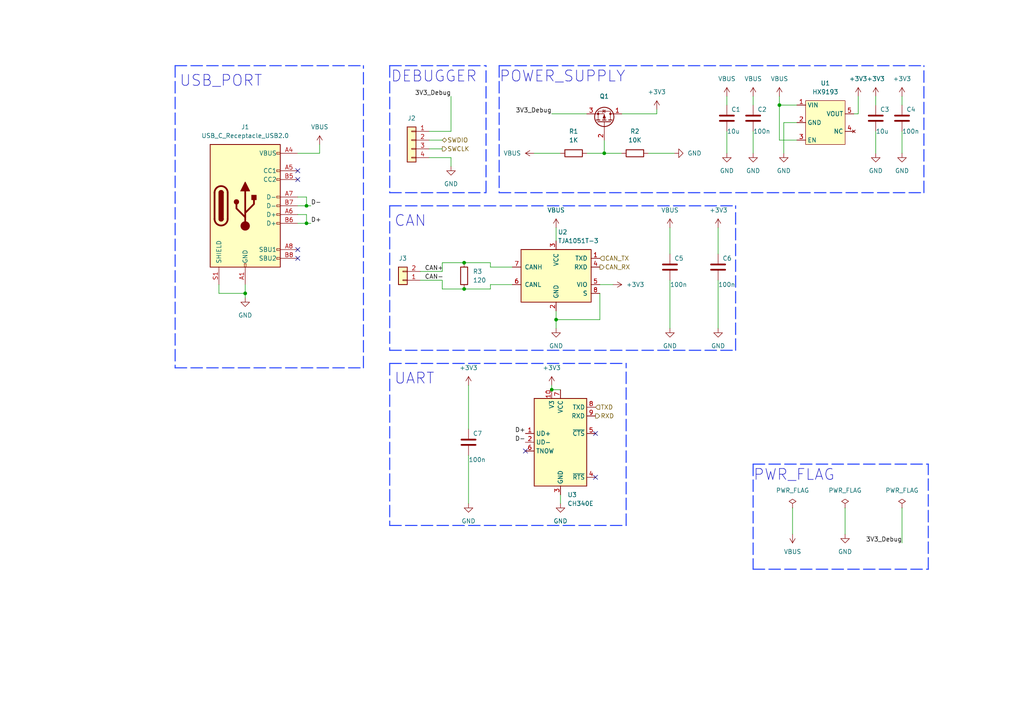
<source format=kicad_sch>
(kicad_sch (version 20211123) (generator eeschema)
  (paper "A4")
  (lib_symbols
    (symbol "Connector:USB_C_Receptacle_USB2.0" (pin_names (offset 1.016))
      (property "Reference" "J" (at -10.16 19.05 0))
      (property "Value" "USB_C_Receptacle_USB2.0" (at 19.05 19.05 0))
      (symbol "USB_C_Receptacle_USB2.0_0_0"
        (rectangle (start -0.254 -17.78) (end 0.254 -16.764))
        (rectangle (start 10.16 -14.986) (end 9.144 -15.494))
        (rectangle (start 10.16 -12.446) (end 9.144 -12.954))
        (rectangle (start 10.16 -4.826) (end 9.144 -5.334))
        (rectangle (start 10.16 -2.286) (end 9.144 -2.794))
        (rectangle (start 10.16 0.254) (end 9.144 -0.254))
        (rectangle (start 10.16 2.794) (end 9.144 2.286))
        (rectangle (start 10.16 7.874) (end 9.144 7.366))
        (rectangle (start 10.16 10.414) (end 9.144 9.906))
        (rectangle (start 10.16 15.494) (end 9.144 14.986))
      )
      (symbol "USB_C_Receptacle_USB2.0_0_1"
        (rectangle (start -10.16 17.78) (end 10.16 -17.78) (stroke (width 0.254)) (fill (type background)))
        (arc (start -8.89 -3.81) (mid -6.985 -5.715) (end -5.08 -3.81) (stroke (width 0.508)))
        (arc (start -7.62 -3.81) (mid -6.985 -4.445) (end -6.35 -3.81) (stroke (width 0.254)))
        (arc (start -7.62 -3.81) (mid -6.985 -4.445) (end -6.35 -3.81) (stroke (width 0.254)) (fill (type outline)))
        (rectangle (start -7.62 -3.81) (end -6.35 3.81) (stroke (width 0.254)) (fill (type outline)))
        (arc (start -6.35 3.81) (mid -6.985 4.445) (end -7.62 3.81) (stroke (width 0.254)))
        (arc (start -6.35 3.81) (mid -6.985 4.445) (end -7.62 3.81) (stroke (width 0.254)) (fill (type outline)))
        (arc (start -5.08 3.81) (mid -6.985 5.715) (end -8.89 3.81) (stroke (width 0.508)))
        (circle (center -2.54 1.143) (radius 0.635) (stroke (width 0.254)) (fill (type outline)))
        (circle (center 0 -5.842) (radius 1.27) (fill (type outline)))
        (polyline (pts (xy -8.89 -3.81) (xy -8.89 3.81)) (stroke (width 0.508)))
        (polyline (pts (xy -5.08 3.81) (xy -5.08 -3.81)) (stroke (width 0.508)))
        (polyline (pts (xy 0 -5.842) (xy 0 4.318)) (stroke (width 0.508)))
        (polyline (pts (xy 0 -3.302) (xy -2.54 -0.762) (xy -2.54 0.508)) (stroke (width 0.508)))
        (polyline (pts (xy 0 -2.032) (xy 2.54 0.508) (xy 2.54 1.778)) (stroke (width 0.508)))
        (polyline (pts (xy -1.27 4.318) (xy 0 6.858) (xy 1.27 4.318) (xy -1.27 4.318)) (stroke (width 0.254)) (fill (type outline)))
        (rectangle (start 1.905 1.778) (end 3.175 3.048) (stroke (width 0.254)) (fill (type outline)))
      )
      (symbol "USB_C_Receptacle_USB2.0_1_1"
        (pin passive line (at 0 -22.86 90) (length 5.08) (name "GND") (number "A1"))
        (pin passive line (at 0 -22.86 90) (length 5.08) hide (name "GND") (number "A12"))
        (pin passive line (at 15.24 15.24 180) (length 5.08) (name "VBUS") (number "A4"))
        (pin bidirectional line (at 15.24 10.16 180) (length 5.08) (name "CC1") (number "A5"))
        (pin bidirectional line (at 15.24 -2.54 180) (length 5.08) (name "D+") (number "A6"))
        (pin bidirectional line (at 15.24 2.54 180) (length 5.08) (name "D-") (number "A7"))
        (pin bidirectional line (at 15.24 -12.7 180) (length 5.08) (name "SBU1") (number "A8"))
        (pin passive line (at 15.24 15.24 180) (length 5.08) hide (name "VBUS") (number "A9"))
        (pin passive line (at 0 -22.86 90) (length 5.08) hide (name "GND") (number "B1"))
        (pin passive line (at 0 -22.86 90) (length 5.08) hide (name "GND") (number "B12"))
        (pin passive line (at 15.24 15.24 180) (length 5.08) hide (name "VBUS") (number "B4"))
        (pin bidirectional line (at 15.24 7.62 180) (length 5.08) (name "CC2") (number "B5"))
        (pin bidirectional line (at 15.24 -5.08 180) (length 5.08) (name "D+") (number "B6"))
        (pin bidirectional line (at 15.24 0 180) (length 5.08) (name "D-") (number "B7"))
        (pin bidirectional line (at 15.24 -15.24 180) (length 5.08) (name "SBU2") (number "B8"))
        (pin passive line (at 15.24 15.24 180) (length 5.08) hide (name "VBUS") (number "B9"))
        (pin passive line (at -7.62 -22.86 90) (length 5.08) (name "SHIELD") (number "S1"))
      )
    )
    (symbol "Connector_Generic:Conn_01x02" (pin_names (offset 1.016) hide)
      (property "Reference" "J" (at 0 2.54 0))
      (property "Value" "Conn_01x02" (at 0 -5.08 0))
      (symbol "Conn_01x02_1_1"
        (rectangle (start -1.27 -2.413) (end 0 -2.667) (stroke (width 0.1524)))
        (rectangle (start -1.27 0.127) (end 0 -0.127) (stroke (width 0.1524)))
        (rectangle (start -1.27 1.27) (end 1.27 -3.81) (stroke (width 0.254)) (fill (type background)))
        (pin passive line (at -5.08 0 0) (length 3.81) (name "Pin_1") (number "1"))
        (pin passive line (at -5.08 -2.54 0) (length 3.81) (name "Pin_2") (number "2"))
      )
    )
    (symbol "Connector_Generic:Conn_01x04" (pin_names (offset 1.016) hide)
      (property "Reference" "J" (at 0 5.08 0))
      (property "Value" "Conn_01x04" (at 0 -7.62 0))
      (symbol "Conn_01x04_1_1"
        (rectangle (start -1.27 -4.953) (end 0 -5.207) (stroke (width 0.1524)))
        (rectangle (start -1.27 -2.413) (end 0 -2.667) (stroke (width 0.1524)))
        (rectangle (start -1.27 0.127) (end 0 -0.127) (stroke (width 0.1524)))
        (rectangle (start -1.27 2.667) (end 0 2.413) (stroke (width 0.1524)))
        (rectangle (start -1.27 3.81) (end 1.27 -6.35) (stroke (width 0.254)) (fill (type background)))
        (pin passive line (at -5.08 2.54 0) (length 3.81) (name "Pin_1") (number "1"))
        (pin passive line (at -5.08 0 0) (length 3.81) (name "Pin_2") (number "2"))
        (pin passive line (at -5.08 -2.54 0) (length 3.81) (name "Pin_3") (number "3"))
        (pin passive line (at -5.08 -5.08 0) (length 3.81) (name "Pin_4") (number "4"))
      )
    )
    (symbol "Device:C" (pin_numbers hide) (pin_names (offset 0.254))
      (property "Reference" "C" (at 0.635 2.54 0))
      (property "Value" "C" (at 0.635 -2.54 0))
      (symbol "C_0_1"
        (polyline (pts (xy -2.032 -0.762) (xy 2.032 -0.762)) (stroke (width 0.508)))
        (polyline (pts (xy -2.032 0.762) (xy 2.032 0.762)) (stroke (width 0.508)))
      )
      (symbol "C_1_1"
        (pin passive line (at 0 3.81 270) (length 2.794) (name "~") (number "1"))
        (pin passive line (at 0 -3.81 90) (length 2.794) (name "~") (number "2"))
      )
    )
    (symbol "Device:Q_PMOS_DGS" (pin_names (offset 0) hide)
      (property "Reference" "Q" (at 5.08 1.27 0))
      (property "Value" "Q_PMOS_DGS" (at 5.08 -1.27 0))
      (symbol "Q_PMOS_DGS_0_1"
        (polyline (pts (xy 0.254 0) (xy -2.54 0)))
        (polyline (pts (xy 0.254 1.905) (xy 0.254 -1.905)) (stroke (width 0.254)))
        (polyline (pts (xy 0.762 -1.27) (xy 0.762 -2.286)) (stroke (width 0.254)))
        (polyline (pts (xy 0.762 0.508) (xy 0.762 -0.508)) (stroke (width 0.254)))
        (polyline (pts (xy 0.762 2.286) (xy 0.762 1.27)) (stroke (width 0.254)))
        (polyline (pts (xy 2.54 2.54) (xy 2.54 1.778)))
        (polyline (pts (xy 2.54 -2.54) (xy 2.54 0) (xy 0.762 0)))
        (polyline (pts (xy 0.762 1.778) (xy 3.302 1.778) (xy 3.302 -1.778) (xy 0.762 -1.778)))
        (polyline (pts (xy 2.286 0) (xy 1.27 0.381) (xy 1.27 -0.381) (xy 2.286 0)) (fill (type outline)))
        (polyline (pts (xy 2.794 -0.508) (xy 2.921 -0.381) (xy 3.683 -0.381) (xy 3.81 -0.254)))
        (polyline (pts (xy 3.302 -0.381) (xy 2.921 0.254) (xy 3.683 0.254) (xy 3.302 -0.381)))
        (circle (center 1.651 0) (radius 2.794) (stroke (width 0.254)))
        (circle (center 2.54 -1.778) (radius 0.254) (fill (type outline)))
        (circle (center 2.54 1.778) (radius 0.254) (fill (type outline)))
      )
      (symbol "Q_PMOS_DGS_1_1"
        (pin passive line (at 2.54 5.08 270) (length 2.54) (name "D") (number "1"))
        (pin input line (at -5.08 0 0) (length 2.54) (name "G") (number "2"))
        (pin passive line (at 2.54 -5.08 90) (length 2.54) (name "S") (number "3"))
      )
    )
    (symbol "Device:R" (pin_numbers hide) (pin_names (offset 0))
      (property "Reference" "R" (at 2.032 0 90))
      (property "Value" "R" (at 0 0 90))
      (symbol "R_0_1"
        (rectangle (start -1.016 -2.54) (end 1.016 2.54) (stroke (width 0.254)))
      )
      (symbol "R_1_1"
        (pin passive line (at 0 3.81 270) (length 1.27) (name "~") (number "1"))
        (pin passive line (at 0 -3.81 90) (length 1.27) (name "~") (number "2"))
      )
    )
    (symbol "Interface_CAN_LIN:TJA1051T-3" (pin_names (offset 1.016))
      (property "Reference" "U" (at -10.16 8.89 0))
      (property "Value" "TJA1051T-3" (at 1.27 8.89 0))
      (symbol "TJA1051T-3_0_1"
        (rectangle (start -10.16 7.62) (end 10.16 -7.62) (stroke (width 0.254)) (fill (type background)))
      )
      (symbol "TJA1051T-3_1_1"
        (pin input line (at -12.7 5.08 0) (length 2.54) (name "TXD") (number "1"))
        (pin power_in line (at 0 -10.16 90) (length 2.54) (name "GND") (number "2"))
        (pin power_in line (at 0 10.16 270) (length 2.54) (name "VCC") (number "3"))
        (pin output line (at -12.7 2.54 0) (length 2.54) (name "RXD") (number "4"))
        (pin power_in line (at -12.7 -2.54 0) (length 2.54) (name "VIO") (number "5"))
        (pin bidirectional line (at 12.7 -2.54 180) (length 2.54) (name "CANL") (number "6"))
        (pin bidirectional line (at 12.7 2.54 180) (length 2.54) (name "CANH") (number "7"))
        (pin input line (at -12.7 -5.08 0) (length 2.54) (name "S") (number "8"))
      )
    )
    (symbol "Interface_USB:CH340E"
      (property "Reference" "U" (at -5.08 13.97 0))
      (property "Value" "CH340E" (at 1.27 13.97 0))
      (symbol "CH340E_0_1"
        (rectangle (start -7.62 12.7) (end 7.62 -12.7) (stroke (width 0.254)) (fill (type background)))
      )
      (symbol "CH340E_1_1"
        (pin bidirectional line (at -10.16 2.54 0) (length 2.54) (name "UD+") (number "1"))
        (pin passive line (at -2.54 15.24 270) (length 2.54) (name "V3") (number "10"))
        (pin bidirectional line (at -10.16 0 0) (length 2.54) (name "UD-") (number "2"))
        (pin power_in line (at 0 -15.24 90) (length 2.54) (name "GND") (number "3"))
        (pin output line (at 10.16 -10.16 180) (length 2.54) (name "~{RTS}") (number "4"))
        (pin input line (at 10.16 2.54 180) (length 2.54) (name "~{CTS}") (number "5"))
        (pin output line (at -10.16 -2.54 0) (length 2.54) (name "TNOW") (number "6"))
        (pin power_in line (at 0 15.24 270) (length 2.54) (name "VCC") (number "7"))
        (pin output line (at 10.16 10.16 180) (length 2.54) (name "TXD") (number "8"))
        (pin input line (at 10.16 7.62 180) (length 2.54) (name "RXD") (number "9"))
      )
    )
    (symbol "power:+3V3" (power) (pin_names (offset 0))
      (property "Value" "+3V3" (at 0 3.556 0))
      (symbol "+3V3_0_1"
        (polyline (pts (xy -0.762 1.27) (xy 0 2.54)))
        (polyline (pts (xy 0 0) (xy 0 2.54)))
        (polyline (pts (xy 0 2.54) (xy 0.762 1.27)))
      )
      (symbol "+3V3_1_1"
        (pin power_in line (at 0 0 90) (length 0) hide (name "+3V3") (number "1"))
      )
    )
    (symbol "power:GND" (power) (pin_names (offset 0))
      (property "Value" "GND" (at 0 -3.81 0))
      (symbol "GND_0_1"
        (polyline (pts (xy 0 0) (xy 0 -1.27) (xy 1.27 -1.27) (xy 0 -2.54) (xy -1.27 -1.27) (xy 0 -1.27)))
      )
      (symbol "GND_1_1"
        (pin power_in line (at 0 0 270) (length 0) hide (name "GND") (number "1"))
      )
    )
    (symbol "power:PWR_FLAG" (power) (pin_numbers hide) (pin_names (offset 0) hide)
      (property "Value" "PWR_FLAG" (at 0 3.81 0))
      (symbol "PWR_FLAG_0_0"
        (pin power_out line (at 0 0 90) (length 0) (name "pwr") (number "1"))
      )
      (symbol "PWR_FLAG_0_1"
        (polyline (pts (xy 0 0) (xy 0 1.27) (xy -1.016 1.905) (xy 0 2.54) (xy 1.016 1.905) (xy 0 1.27)))
      )
    )
    (symbol "power:VBUS" (power) (pin_names (offset 0))
      (property "Value" "VBUS" (at 0 3.81 0))
      (symbol "VBUS_0_1"
        (polyline (pts (xy -0.762 1.27) (xy 0 2.54)))
        (polyline (pts (xy 0 0) (xy 0 2.54)))
        (polyline (pts (xy 0 2.54) (xy 0.762 1.27)))
      )
      (symbol "VBUS_1_1"
        (pin power_in line (at 0 0 90) (length 0) hide (name "VBUS") (number "1"))
      )
    )
    (symbol "symbols:HX9193"
      (property "Reference" "U" (at -5.08 7.62 0))
      (property "Value" "HX9193" (at 6.35 7.62 0))
      (symbol "HX9193_0_1"
        (rectangle (start -6.35 6.35) (end 5.08 -6.35) (fill (type background)))
      )
      (symbol "HX9193_1_1"
        (pin power_in line (at -8.89 5.08 0) (length 2.54) (name "VIN") (number "1"))
        (pin passive line (at -8.89 0 0) (length 2.54) (name "GND") (number "2"))
        (pin input line (at -8.89 -5.08 0) (length 2.54) (name "EN") (number "3"))
        (pin no_connect line (at 7.62 -2.54 180) (length 2.54) (name "NC") (number "4"))
        (pin power_out line (at 7.62 2.54 180) (length 2.54) (name "VOUT") (number "5"))
      )
    )
  )
  (junction (at 134.62 76.2))
  (junction (at 226.06 30.48))
  (junction (at 88.9 59.69))
  (junction (at 175.26 44.45))
  (junction (at 161.29 92.71))
  (junction (at 160.02 113.03))
  (junction (at 88.9 64.77))
  (junction (at 71.12 85.09))
  (junction (at 134.62 83.82))
  (no_connect (at 86.36 74.93))
  (no_connect (at 86.36 72.39))
  (no_connect (at 86.36 52.07))
  (no_connect (at 86.36 49.53))
  (no_connect (at 152.4 130.81))
  (no_connect (at 172.72 125.73))
  (no_connect (at 172.72 138.43))
  (wire (pts (xy 254 27.94) (xy 254 30.48)))
  (wire (pts (xy 194.31 81.28) (xy 194.31 95.25)))
  (wire (pts (xy 175.26 44.45) (xy 170.18 44.45)))
  (wire (pts (xy 254 38.1) (xy 254 44.45)))
  (wire (pts (xy 128.27 43.18) (xy 124.46 43.18)))
  (bus (pts (xy 218.44 134.62) (xy 218.44 165.1)) (stroke (width 0) (type dash) (color 39 69 255 1)))
  (wire (pts (xy 88.9 59.69) (xy 90.17 59.69)))
  (wire (pts (xy 128.27 81.28) (xy 128.27 83.82)))
  (wire (pts (xy 86.36 57.15) (xy 88.9 57.15)))
  (wire (pts (xy 124.46 45.72) (xy 130.81 45.72)))
  (wire (pts (xy 210.82 27.94) (xy 210.82 30.48)))
  (bus (pts (xy 213.36 101.6) (xy 213.36 59.69)) (stroke (width 0) (type dash) (color 39 69 255 1)))
  (bus (pts (xy 267.97 55.88) (xy 267.97 19.05)) (stroke (width 0) (type dash) (color 39 69 255 1)))
  (wire (pts (xy 142.24 83.82) (xy 134.62 83.82)))
  (wire (pts (xy 128.27 78.74) (xy 128.27 76.2)))
  (wire (pts (xy 88.9 62.23) (xy 88.9 64.77)))
  (wire (pts (xy 88.9 57.15) (xy 88.9 59.69)))
  (wire (pts (xy 63.5 85.09) (xy 71.12 85.09)))
  (wire (pts (xy 226.06 40.64) (xy 231.14 40.64)))
  (wire (pts (xy 142.24 82.55) (xy 142.24 83.82)))
  (wire (pts (xy 161.29 90.17) (xy 161.29 92.71)))
  (wire (pts (xy 175.26 44.45) (xy 180.34 44.45)))
  (wire (pts (xy 226.06 27.94) (xy 226.06 30.48)))
  (wire (pts (xy 180.34 33.02) (xy 190.5 33.02)))
  (wire (pts (xy 162.56 143.51) (xy 162.56 146.05)))
  (wire (pts (xy 208.28 73.66) (xy 208.28 66.04)))
  (wire (pts (xy 63.5 82.55) (xy 63.5 85.09)))
  (wire (pts (xy 261.62 38.1) (xy 261.62 44.45)))
  (wire (pts (xy 128.27 76.2) (xy 134.62 76.2)))
  (wire (pts (xy 226.06 30.48) (xy 231.14 30.48)))
  (wire (pts (xy 248.92 27.94) (xy 248.92 33.02)))
  (bus (pts (xy 50.8 19.05) (xy 105.41 19.05)) (stroke (width 0) (type dash) (color 39 69 255 1)))
  (wire (pts (xy 86.36 59.69) (xy 88.9 59.69)))
  (bus (pts (xy 144.78 55.88) (xy 267.97 55.88)) (stroke (width 0) (type dash) (color 39 69 255 1)))
  (wire (pts (xy 124.46 40.64) (xy 128.27 40.64)))
  (wire (pts (xy 175.26 40.64) (xy 175.26 44.45)))
  (wire (pts (xy 190.5 33.02) (xy 190.5 31.75)))
  (bus (pts (xy 181.61 152.4) (xy 181.61 105.41)) (stroke (width 0) (type dash) (color 39 69 255 1)))
  (wire (pts (xy 226.06 30.48) (xy 226.06 40.64)))
  (wire (pts (xy 160.02 113.03) (xy 162.56 113.03)))
  (bus (pts (xy 144.78 19.05) (xy 267.97 19.05)) (stroke (width 0) (type dash) (color 39 69 255 1)))
  (bus (pts (xy 113.03 59.69) (xy 113.03 101.6)) (stroke (width 0) (type dash) (color 39 69 255 1)))
  (wire (pts (xy 160.02 111.76) (xy 160.02 113.03)))
  (wire (pts (xy 71.12 85.09) (xy 71.12 86.36)))
  (wire (pts (xy 248.92 33.02) (xy 247.65 33.02)))
  (wire (pts (xy 135.89 111.76) (xy 135.89 124.46)))
  (wire (pts (xy 161.29 92.71) (xy 161.29 95.25)))
  (wire (pts (xy 142.24 77.47) (xy 142.24 76.2)))
  (wire (pts (xy 130.81 45.72) (xy 130.81 48.26)))
  (wire (pts (xy 124.46 38.1) (xy 130.81 38.1)))
  (wire (pts (xy 187.96 44.45) (xy 195.58 44.45)))
  (wire (pts (xy 173.99 85.09) (xy 173.99 92.71)))
  (wire (pts (xy 71.12 82.55) (xy 71.12 85.09)))
  (bus (pts (xy 140.97 55.88) (xy 140.97 19.05)) (stroke (width 0) (type dash) (color 39 69 255 1)))
  (bus (pts (xy 113.03 19.05) (xy 113.03 55.88)) (stroke (width 0) (type dash) (color 39 69 255 1)))
  (wire (pts (xy 261.62 27.94) (xy 261.62 30.48)))
  (wire (pts (xy 161.29 66.04) (xy 161.29 69.85)))
  (wire (pts (xy 194.31 66.04) (xy 194.31 73.66)))
  (wire (pts (xy 231.14 35.56) (xy 227.33 35.56)))
  (wire (pts (xy 148.59 82.55) (xy 142.24 82.55)))
  (bus (pts (xy 269.24 165.1) (xy 269.24 134.62)) (stroke (width 0) (type dash) (color 39 69 255 1)))
  (wire (pts (xy 121.92 78.74) (xy 128.27 78.74)))
  (wire (pts (xy 218.44 27.94) (xy 218.44 30.48)))
  (bus (pts (xy 113.03 59.69) (xy 213.36 59.69)) (stroke (width 0) (type dash) (color 39 69 255 1)))
  (wire (pts (xy 160.02 33.02) (xy 170.18 33.02)))
  (bus (pts (xy 113.03 19.05) (xy 140.97 19.05)) (stroke (width 0) (type dash) (color 39 69 255 1)))
  (wire (pts (xy 92.71 44.45) (xy 92.71 41.91)))
  (wire (pts (xy 261.62 147.32) (xy 261.62 157.48)))
  (wire (pts (xy 130.81 27.94) (xy 130.81 38.1)))
  (wire (pts (xy 128.27 83.82) (xy 134.62 83.82)))
  (bus (pts (xy 218.44 165.1) (xy 269.24 165.1)) (stroke (width 0) (type dash) (color 39 69 255 1)))
  (bus (pts (xy 218.44 134.62) (xy 269.24 134.62)) (stroke (width 0) (type dash) (color 39 69 255 1)))
  (bus (pts (xy 105.41 106.68) (xy 105.41 19.05)) (stroke (width 0) (type dash) (color 39 69 255 1)))
  (wire (pts (xy 229.87 147.32) (xy 229.87 154.94)))
  (wire (pts (xy 121.92 81.28) (xy 128.27 81.28)))
  (wire (pts (xy 88.9 64.77) (xy 90.17 64.77)))
  (wire (pts (xy 86.36 64.77) (xy 88.9 64.77)))
  (wire (pts (xy 173.99 82.55) (xy 177.8 82.55)))
  (wire (pts (xy 173.99 92.71) (xy 161.29 92.71)))
  (wire (pts (xy 208.28 81.28) (xy 208.28 95.25)))
  (wire (pts (xy 148.59 77.47) (xy 142.24 77.47)))
  (wire (pts (xy 86.36 62.23) (xy 88.9 62.23)))
  (bus (pts (xy 113.03 152.4) (xy 181.61 152.4)) (stroke (width 0) (type dash) (color 39 69 255 1)))
  (wire (pts (xy 210.82 38.1) (xy 210.82 44.45)))
  (bus (pts (xy 144.78 19.05) (xy 144.78 55.88)) (stroke (width 0) (type dash) (color 39 69 255 1)))
  (wire (pts (xy 218.44 38.1) (xy 218.44 44.45)))
  (bus (pts (xy 50.8 19.05) (xy 50.8 106.68)) (stroke (width 0) (type dash) (color 39 69 255 1)))
  (bus (pts (xy 50.8 106.68) (xy 105.41 106.68)) (stroke (width 0) (type dash) (color 39 69 255 1)))
  (wire (pts (xy 245.11 147.32) (xy 245.11 154.94)))
  (bus (pts (xy 113.03 105.41) (xy 113.03 152.4)) (stroke (width 0) (type dash) (color 39 69 255 1)))
  (wire (pts (xy 86.36 44.45) (xy 92.71 44.45)))
  (wire (pts (xy 135.89 132.08) (xy 135.89 146.05)))
  (wire (pts (xy 227.33 35.56) (xy 227.33 44.45)))
  (wire (pts (xy 154.94 44.45) (xy 162.56 44.45)))
  (bus (pts (xy 113.03 105.41) (xy 181.61 105.41)) (stroke (width 0) (type dash) (color 39 69 255 1)))
  (wire (pts (xy 142.24 76.2) (xy 134.62 76.2)))
  (bus (pts (xy 113.03 55.88) (xy 140.97 55.88)) (stroke (width 0) (type dash) (color 39 69 255 1)))
  (bus (pts (xy 113.03 101.6) (xy 213.36 101.6)) (stroke (width 0) (type dash) (color 39 69 255 1)))
  (text "PWR_FLAG" (at 218.44 139.7 0) (effects (font (size 3.17 3.17)) (justify left bottom)))
  (text "CAN" (at 114.3 66.04 0) (effects (font (size 3.17 3.17)) (justify left bottom)))
  (text "POWER_SUPPLY" (at 144.78 24.13 0) (effects (font (size 3.17 3.17)) (justify left bottom)))
  (text "UART" (at 114.3 111.76 0) (effects (font (size 3.17 3.17)) (justify left bottom)))
  (text "USB_PORT\n" (at 76.2 25.4 180) (effects (font (size 3.17 3.17)) (justify right bottom)))
  (text "DEBUGGER" (at 138.43 24.13 180) (effects (font (size 3.17 3.17)) (justify right bottom)))
  (label "CAN+" (at 123.19 78.74 0))
  (label "D+" (at 90.17 64.77 0))
  (label "D-" (at 90.17 59.69 0))
  (label "3V3_Debug" (at 160.02 33.02 180))
  (label "CAN-" (at 123.19 81.28 0))
  (label "D-" (at 152.4 128.27 180))
  (label "D+" (at 152.4 125.73 180))
  (label "3V3_Debug" (at 261.62 157.48 180))
  (label "3V3_Debug" (at 130.81 27.94 180))
  (hierarchical_label "SWDIO" (shape bidirectional) (at 128.27 40.64 0))
  (hierarchical_label "CAN_TX" (shape input) (at 173.99 74.93 0))
  (hierarchical_label "CAN_RX" (shape output) (at 173.99 77.47 0))
  (hierarchical_label "TXD" (shape input) (at 172.72 118.11 0))
  (hierarchical_label "RXD" (shape output) (at 172.72 120.65 0))
  (hierarchical_label "SWCLK" (shape output) (at 128.27 43.18 0))
  (symbol (lib_id "symbols:HX9193") (at 240.03 35.56 0) (unit 1)
    (property "Reference" "U1" (at 239.395 24.13 0))
    (property "Value" "HX9193" (at 239.395 26.67 0))
    (property "Footprint" "Package_TO_SOT_SMD:SOT-23-5_HandSoldering" (effects hide))
    (property "Datasheet" "https://item.szlcsc.com/280543.html" (effects hide))
  )
  (symbol (lib_id "power:GND") (at 261.62 44.45 0) (unit 1)
    (property "Reference" "#PWR0131" (effects hide))
    (property "Value" "GND" (at 261.62 49.53 0))
  )
  (symbol (lib_id "Interface_USB:CH340E") (at 162.56 128.27 0) (unit 1)
    (property "Reference" "U3" (at 164.5794 143.51 0) (effects (justify left)))
    (property "Value" "CH340E" (at 164.5794 146.05 0) (effects (justify left)))
    (property "Footprint" "Package_SO:MSOP-10_3x3mm_P0.5mm" (effects hide))
    (property "Datasheet" "https://www.mpja.com/download/35227cpdata.pdf" (effects hide))
  )
  (symbol (lib_id "power:GND") (at 208.28 95.25 0) (unit 1)
    (property "Reference" "#PWR0110" (effects hide))
    (property "Value" "GND" (at 208.28 100.33 0))
  )
  (symbol (lib_id "power:+3V3") (at 208.28 66.04 0) (unit 1)
    (property "Reference" "#PWR0119" (effects hide))
    (property "Value" "+3V3" (at 205.74 60.96 0) (effects (justify left)))
  )
  (symbol (lib_id "power:+3V3") (at 190.5 31.75 0) (unit 1)
    (property "Reference" "#PWR0123" (effects hide))
    (property "Value" "+3V3" (at 190.5 26.67 0))
  )
  (symbol (lib_id "power:GND") (at 227.33 44.45 0) (unit 1)
    (property "Reference" "#PWR0134" (effects hide))
    (property "Value" "GND" (at 227.33 49.53 0))
  )
  (symbol (lib_id "power:VBUS") (at 210.82 27.94 0) (unit 1)
    (property "Reference" "#PWR0126" (effects hide))
    (property "Value" "VBUS" (at 210.82 22.86 0))
  )
  (symbol (lib_id "power:PWR_FLAG") (at 245.11 147.32 0) (unit 1)
    (property "Reference" "#FLG0103" (effects hide))
    (property "Value" "PWR_FLAG" (at 245.11 142.24 0))
  )
  (symbol (lib_id "Device:R") (at 166.37 44.45 90) (unit 1)
    (property "Reference" "R1" (at 166.37 38.1 90))
    (property "Value" "1K" (at 166.37 40.64 90))
    (property "Footprint" "R_0603_1608Metric" (effects hide))
  )
  (symbol (lib_id "power:GND") (at 218.44 44.45 0) (unit 1)
    (property "Reference" "#PWR0121" (effects hide))
    (property "Value" "GND" (at 218.44 49.53 0))
  )
  (symbol (lib_id "power:VBUS") (at 92.71 41.91 0) (unit 1)
    (property "Reference" "#PWR0114" (effects hide))
    (property "Value" "VBUS" (at 92.71 36.83 0))
  )
  (symbol (lib_id "Connector_Generic:Conn_01x02") (at 116.84 81.28 180) (unit 1)
    (property "Reference" "J3" (at 116.84 74.93 0))
    (property "Value" "Conn_01x02" (effects hide))
    (property "Footprint" "JST_GH_SM02B-GHS-TB_1x02-1MP_P1.25mm_Horizontal" (effects hide))
  )
  (symbol (lib_id "Device:C") (at 261.62 34.29 0) (unit 1)
    (property "Reference" "C4" (at 262.89 31.75 0) (effects (justify left)))
    (property "Value" "100n" (at 261.62 38.1 0) (effects (justify left)))
    (property "Footprint" "C_0603_1608Metric" (effects hide))
  )
  (symbol (lib_id "Device:C") (at 218.44 34.29 0) (unit 1)
    (property "Reference" "C2" (at 219.71 31.75 0) (effects (justify left)))
    (property "Value" "100n" (at 218.44 38.1 0) (effects (justify left)))
    (property "Footprint" "C_0603_1608Metric" (effects hide))
  )
  (symbol (lib_id "power:GND") (at 245.11 154.94 0) (unit 1)
    (property "Reference" "#PWR0112" (effects hide))
    (property "Value" "GND" (at 245.11 160.02 0))
  )
  (symbol (lib_id "power:VBUS") (at 161.29 66.04 0) (unit 1)
    (property "Reference" "#PWR0107" (effects hide))
    (property "Value" "VBUS" (at 161.29 60.96 0))
  )
  (symbol (lib_id "Device:R") (at 134.62 80.01 0) (unit 1)
    (property "Reference" "R3" (at 137.16 78.7399 0) (effects (justify left)))
    (property "Value" "120" (at 137.16 81.2799 0) (effects (justify left)))
    (property "Footprint" "R_0603_1608Metric" (effects hide))
  )
  (symbol (lib_id "power:+3V3") (at 248.92 27.94 0) (unit 1)
    (property "Reference" "#PWR0129" (effects hide))
    (property "Value" "+3V3" (at 248.92 22.86 0))
  )
  (symbol (lib_id "power:VBUS") (at 218.44 27.94 0) (unit 1)
    (property "Reference" "#PWR0127" (effects hide))
    (property "Value" "VBUS" (at 218.44 22.86 0))
  )
  (symbol (lib_id "Device:C") (at 210.82 34.29 0) (unit 1)
    (property "Reference" "C1" (at 212.09 31.75 0) (effects (justify left)))
    (property "Value" "10u" (at 210.82 38.1 0) (effects (justify left)))
    (property "Footprint" "C_0603_1608Metric" (effects hide))
  )
  (symbol (lib_id "power:PWR_FLAG") (at 261.62 147.32 0) (unit 1)
    (property "Reference" "#FLG0102" (effects hide))
    (property "Value" "PWR_FLAG" (at 261.62 142.24 0))
  )
  (symbol (lib_id "power:+3V3") (at 135.89 111.76 0) (unit 1)
    (property "Reference" "#PWR0115" (effects hide))
    (property "Value" "+3V3" (at 135.89 106.68 0))
  )
  (symbol (lib_id "power:GND") (at 194.31 95.25 0) (unit 1)
    (property "Reference" "#PWR0109" (effects hide))
    (property "Value" "GND" (at 194.31 100.33 0))
  )
  (symbol (lib_id "power:+3V3") (at 160.02 111.76 0) (unit 1)
    (property "Reference" "#PWR0117" (effects hide))
    (property "Value" "+3V3" (at 160.02 106.68 0))
  )
  (symbol (lib_id "Device:R") (at 184.15 44.45 90) (unit 1)
    (property "Reference" "R2" (at 184.15 38.1 90))
    (property "Value" "10K" (at 184.15 40.64 90))
    (property "Footprint" "R_0603_1608Metric" (effects hide))
  )
  (symbol (lib_id "power:GND") (at 210.82 44.45 0) (unit 1)
    (property "Reference" "#PWR0122" (effects hide))
    (property "Value" "GND" (at 210.82 49.53 0))
  )
  (symbol (lib_id "power:+3V3") (at 261.62 27.94 0) (unit 1)
    (property "Reference" "#PWR0133" (effects hide))
    (property "Value" "+3V3" (at 261.62 22.86 0))
  )
  (symbol (lib_id "power:VBUS") (at 226.06 27.94 0) (unit 1)
    (property "Reference" "#PWR0128" (effects hide))
    (property "Value" "VBUS" (at 226.06 22.86 0))
  )
  (symbol (lib_id "Device:C") (at 208.28 77.47 0) (unit 1)
    (property "Reference" "C6" (at 209.55 74.93 0) (effects (justify left)))
    (property "Value" "100n" (at 208.28 82.55 0) (effects (justify left)))
    (property "Footprint" "C_0603_1608Metric" (effects hide))
  )
  (symbol (lib_id "Connector_Generic:Conn_01x04") (at 119.38 40.64 0) (mirror y) (unit 1)
    (property "Reference" "J2" (at 119.38 34.29 0))
    (property "Value" "Conn_01x04" (effects hide))
    (property "Footprint" "PinHeader_1x04_P2.54mm_Vertical" (effects hide))
  )
  (symbol (lib_id "Device:C") (at 135.89 128.27 0) (unit 1)
    (property "Reference" "C7" (at 137.16 125.73 0) (effects (justify left)))
    (property "Value" "100n" (at 135.89 133.35 0) (effects (justify left)))
    (property "Footprint" "C_0603_1608Metric" (effects hide))
  )
  (symbol (lib_id "power:+3V3") (at 177.8 82.55 270) (unit 1)
    (property "Reference" "#PWR0108" (effects hide))
    (property "Value" "+3V3" (at 181.61 82.5499 90) (effects (justify left)))
  )
  (symbol (lib_id "power:GND") (at 195.58 44.45 90) (unit 1)
    (property "Reference" "#PWR0124" (effects hide))
    (property "Value" "GND" (at 199.39 44.4499 90) (effects (justify right)))
  )
  (symbol (lib_id "Device:Q_PMOS_DGS") (at 175.26 35.56 270) (mirror x) (unit 1)
    (property "Reference" "Q1" (at 175.26 27.94 90))
    (property "Value" "Q_PMOS_DGS" (effects hide))
    (property "Footprint" "TSOT-23" (effects hide))
  )
  (symbol (lib_id "Interface_CAN_LIN:TJA1051T-3") (at 161.29 80.01 0) (mirror y) (unit 1)
    (property "Reference" "U2" (at 161.8106 67.31 0) (effects (justify right)))
    (property "Value" "TJA1051T-3" (at 161.8106 69.85 0) (effects (justify right)))
    (property "Footprint" "Package_SO:SOIC-8_3.9x4.9mm_P1.27mm" (effects hide))
    (property "Datasheet" "http://www.nxp.com/documents/data_sheet/TJA1051.pdf" (effects hide))
  )
  (symbol (lib_id "Connector:USB_C_Receptacle_USB2.0") (at 71.12 59.69 0) (unit 1)
    (property "Reference" "J1" (at 71.12 36.83 0))
    (property "Value" "USB_C_Receptacle_USB2.0" (at 71.12 39.37 0))
    (property "Footprint" "USB_C_Receptacle_Palconn_UTC16-G" (effects hide))
    (property "Datasheet" "https://www.usb.org/sites/default/files/documents/usb_type-c.zip" (effects hide))
  )
  (symbol (lib_id "power:GND") (at 130.81 48.26 0) (unit 1)
    (property "Reference" "#PWR0105" (effects hide))
    (property "Value" "GND" (at 130.81 53.34 0))
  )
  (symbol (lib_id "power:+3V3") (at 254 27.94 0) (unit 1)
    (property "Reference" "#PWR0132" (effects hide))
    (property "Value" "+3V3" (at 254 22.86 0))
  )
  (symbol (lib_id "power:GND") (at 254 44.45 0) (unit 1)
    (property "Reference" "#PWR0130" (effects hide))
    (property "Value" "GND" (at 254 49.53 0))
  )
  (symbol (lib_id "power:VBUS") (at 229.87 154.94 180) (unit 1)
    (property "Reference" "#PWR0111" (effects hide))
    (property "Value" "VBUS" (at 229.87 160.02 0))
  )
  (symbol (lib_id "power:GND") (at 162.56 146.05 0) (unit 1)
    (property "Reference" "#PWR0118" (effects hide))
    (property "Value" "GND" (at 162.56 151.13 0))
  )
  (symbol (lib_id "power:VBUS") (at 194.31 66.04 0) (unit 1)
    (property "Reference" "#PWR0120" (effects hide))
    (property "Value" "VBUS" (at 194.31 60.96 0))
  )
  (symbol (lib_id "power:VBUS") (at 154.94 44.45 90) (unit 1)
    (property "Reference" "#PWR0125" (effects hide))
    (property "Value" "VBUS" (at 151.13 44.4499 90) (effects (justify left)))
  )
  (symbol (lib_id "Device:C") (at 194.31 77.47 0) (unit 1)
    (property "Reference" "C5" (at 195.58 74.93 0) (effects (justify left)))
    (property "Value" "100n" (at 194.31 82.55 0) (effects (justify left)))
    (property "Footprint" "C_0603_1608Metric" (effects hide))
  )
  (symbol (lib_id "power:GND") (at 71.12 86.36 0) (unit 1)
    (property "Reference" "#PWR0113" (effects hide))
    (property "Value" "GND" (at 71.12 91.44 0))
  )
  (symbol (lib_id "power:GND") (at 135.89 146.05 0) (unit 1)
    (property "Reference" "#PWR0116" (effects hide))
    (property "Value" "GND" (at 135.89 151.13 0))
  )
  (symbol (lib_id "Device:C") (at 254 34.29 0) (unit 1)
    (property "Reference" "C3" (at 255.27 31.75 0) (effects (justify left)))
    (property "Value" "10u" (at 254 38.1 0) (effects (justify left)))
    (property "Footprint" "C_0603_1608Metric" (effects hide))
  )
  (symbol (lib_id "power:GND") (at 161.29 95.25 0) (unit 1)
    (property "Reference" "#PWR0106" (effects hide))
    (property "Value" "GND" (at 161.29 100.33 0))
  )
  (symbol (lib_id "power:PWR_FLAG") (at 229.87 147.32 0) (unit 1)
    (property "Reference" "#FLG0101" (effects hide))
    (property "Value" "PWR_FLAG" (at 229.87 142.24 0))
  )
)
</source>
